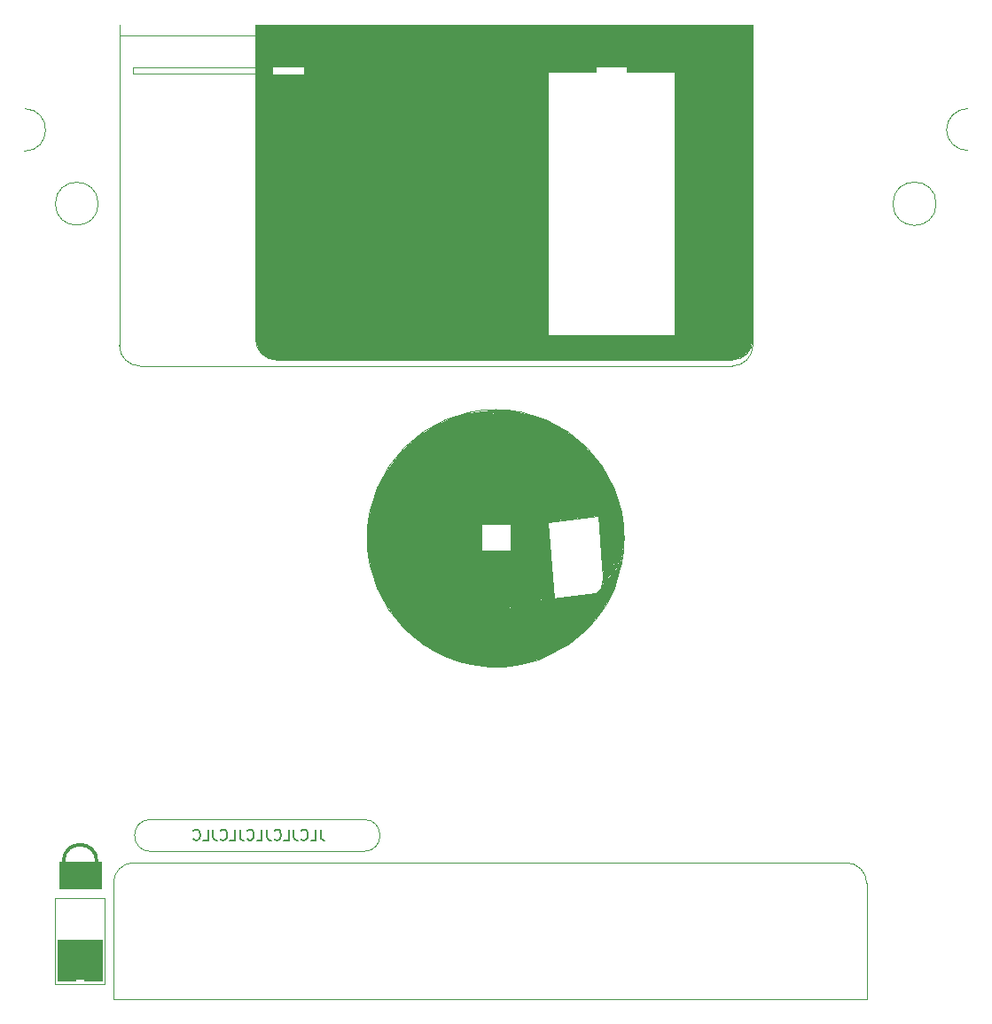
<source format=gbr>
%TF.GenerationSoftware,KiCad,Pcbnew,(5.1.6)-1*%
%TF.CreationDate,2024-03-17T16:58:36-04:00*%
%TF.ProjectId,floppy-coaster,666c6f70-7079-42d6-936f-61737465722e,rev?*%
%TF.SameCoordinates,Original*%
%TF.FileFunction,Legend,Bot*%
%TF.FilePolarity,Positive*%
%FSLAX46Y46*%
G04 Gerber Fmt 4.6, Leading zero omitted, Abs format (unit mm)*
G04 Created by KiCad (PCBNEW (5.1.6)-1) date 2024-03-17 16:58:36*
%MOMM*%
%LPD*%
G01*
G04 APERTURE LIST*
%ADD10C,0.150000*%
%ADD11C,0.120000*%
%ADD12C,0.100000*%
G04 APERTURE END LIST*
D10*
X129856761Y-134008880D02*
X129856761Y-134723166D01*
X129904380Y-134866023D01*
X129999619Y-134961261D01*
X130142476Y-135008880D01*
X130237714Y-135008880D01*
X128904380Y-135008880D02*
X129380571Y-135008880D01*
X129380571Y-134008880D01*
X127999619Y-134913642D02*
X128047238Y-134961261D01*
X128190095Y-135008880D01*
X128285333Y-135008880D01*
X128428190Y-134961261D01*
X128523428Y-134866023D01*
X128571047Y-134770785D01*
X128618666Y-134580309D01*
X128618666Y-134437452D01*
X128571047Y-134246976D01*
X128523428Y-134151738D01*
X128428190Y-134056500D01*
X128285333Y-134008880D01*
X128190095Y-134008880D01*
X128047238Y-134056500D01*
X127999619Y-134104119D01*
X127285333Y-134008880D02*
X127285333Y-134723166D01*
X127332952Y-134866023D01*
X127428190Y-134961261D01*
X127571047Y-135008880D01*
X127666285Y-135008880D01*
X126332952Y-135008880D02*
X126809142Y-135008880D01*
X126809142Y-134008880D01*
X125428190Y-134913642D02*
X125475809Y-134961261D01*
X125618666Y-135008880D01*
X125713904Y-135008880D01*
X125856761Y-134961261D01*
X125952000Y-134866023D01*
X125999619Y-134770785D01*
X126047238Y-134580309D01*
X126047238Y-134437452D01*
X125999619Y-134246976D01*
X125952000Y-134151738D01*
X125856761Y-134056500D01*
X125713904Y-134008880D01*
X125618666Y-134008880D01*
X125475809Y-134056500D01*
X125428190Y-134104119D01*
X124713904Y-134008880D02*
X124713904Y-134723166D01*
X124761523Y-134866023D01*
X124856761Y-134961261D01*
X124999619Y-135008880D01*
X125094857Y-135008880D01*
X123761523Y-135008880D02*
X124237714Y-135008880D01*
X124237714Y-134008880D01*
X122856761Y-134913642D02*
X122904380Y-134961261D01*
X123047238Y-135008880D01*
X123142476Y-135008880D01*
X123285333Y-134961261D01*
X123380571Y-134866023D01*
X123428190Y-134770785D01*
X123475809Y-134580309D01*
X123475809Y-134437452D01*
X123428190Y-134246976D01*
X123380571Y-134151738D01*
X123285333Y-134056500D01*
X123142476Y-134008880D01*
X123047238Y-134008880D01*
X122904380Y-134056500D01*
X122856761Y-134104119D01*
X122142476Y-134008880D02*
X122142476Y-134723166D01*
X122190095Y-134866023D01*
X122285333Y-134961261D01*
X122428190Y-135008880D01*
X122523428Y-135008880D01*
X121190095Y-135008880D02*
X121666285Y-135008880D01*
X121666285Y-134008880D01*
X120285333Y-134913642D02*
X120332952Y-134961261D01*
X120475809Y-135008880D01*
X120571047Y-135008880D01*
X120713904Y-134961261D01*
X120809142Y-134866023D01*
X120856761Y-134770785D01*
X120904380Y-134580309D01*
X120904380Y-134437452D01*
X120856761Y-134246976D01*
X120809142Y-134151738D01*
X120713904Y-134056500D01*
X120571047Y-134008880D01*
X120475809Y-134008880D01*
X120332952Y-134056500D01*
X120285333Y-134104119D01*
X119571047Y-134008880D02*
X119571047Y-134723166D01*
X119618666Y-134866023D01*
X119713904Y-134961261D01*
X119856761Y-135008880D01*
X119952000Y-135008880D01*
X118618666Y-135008880D02*
X119094857Y-135008880D01*
X119094857Y-134008880D01*
X117713904Y-134913642D02*
X117761523Y-134961261D01*
X117904380Y-135008880D01*
X117999619Y-135008880D01*
X118142476Y-134961261D01*
X118237714Y-134866023D01*
X118285333Y-134770785D01*
X118332952Y-134580309D01*
X118332952Y-134437452D01*
X118285333Y-134246976D01*
X118237714Y-134151738D01*
X118142476Y-134056500D01*
X117999619Y-134008880D01*
X117904380Y-134008880D01*
X117761523Y-134056500D01*
X117713904Y-134104119D01*
D11*
X133985000Y-133032500D02*
X113601500Y-133032500D01*
X113601500Y-136080500D02*
G75*
G02*
X113601500Y-133032500I0J1524000D01*
G01*
X133985000Y-133032500D02*
G75*
G02*
X133985000Y-136080500I0J-1524000D01*
G01*
X113601500Y-136080500D02*
X133985000Y-136080500D01*
D12*
G36*
X151638000Y-89090500D02*
G01*
X125476000Y-89090500D01*
X124968000Y-88963500D01*
X124650500Y-88836500D01*
X124396500Y-88646000D01*
X124142500Y-88392000D01*
X123952000Y-88138000D01*
X123825000Y-87884000D01*
X123761500Y-87503000D01*
X123698000Y-87185500D01*
X123698000Y-86804500D01*
X151638000Y-86804500D01*
X151638000Y-89090500D01*
G37*
X151638000Y-89090500D02*
X125476000Y-89090500D01*
X124968000Y-88963500D01*
X124650500Y-88836500D01*
X124396500Y-88646000D01*
X124142500Y-88392000D01*
X123952000Y-88138000D01*
X123825000Y-87884000D01*
X123761500Y-87503000D01*
X123698000Y-87185500D01*
X123698000Y-86804500D01*
X151638000Y-86804500D01*
X151638000Y-89090500D01*
G36*
X151511000Y-86741000D02*
G01*
X123698000Y-86741000D01*
X123698000Y-61849000D01*
X151511000Y-61849000D01*
X151511000Y-86741000D01*
G37*
X151511000Y-86741000D02*
X123698000Y-86741000D01*
X123698000Y-61849000D01*
X151511000Y-61849000D01*
X151511000Y-86741000D01*
G36*
X151511000Y-61785500D02*
G01*
X128270000Y-61785500D01*
X128270000Y-61214000D01*
X151511000Y-61214000D01*
X151511000Y-61785500D01*
G37*
X151511000Y-61785500D02*
X128270000Y-61785500D01*
X128270000Y-61214000D01*
X151511000Y-61214000D01*
X151511000Y-61785500D01*
G36*
X125158500Y-61785500D02*
G01*
X123634500Y-61785500D01*
X123634500Y-61087000D01*
X125158500Y-61087000D01*
X125158500Y-61785500D01*
G37*
X125158500Y-61785500D02*
X123634500Y-61785500D01*
X123634500Y-61087000D01*
X125158500Y-61087000D01*
X125158500Y-61785500D01*
G36*
X151574500Y-61150500D02*
G01*
X123698000Y-61150500D01*
X123698000Y-57150000D01*
X151574500Y-57150000D01*
X151574500Y-61150500D01*
G37*
X151574500Y-61150500D02*
X123698000Y-61150500D01*
X123698000Y-57150000D01*
X151574500Y-57150000D01*
X151574500Y-61150500D01*
D11*
X111950500Y-61785500D02*
X123634500Y-61785500D01*
X111950500Y-61214000D02*
X111950500Y-61785500D01*
X123634500Y-61214000D02*
X111950500Y-61214000D01*
X125222000Y-61214000D02*
X125222000Y-61785500D01*
X128270000Y-61150500D02*
X125222000Y-61150500D01*
X128270000Y-61785500D02*
X128270000Y-61214000D01*
X125222000Y-61849000D02*
X128270000Y-61849000D01*
D12*
G36*
X107251500Y-148145500D02*
G01*
X106426000Y-148145500D01*
X106426000Y-144589500D01*
X107251500Y-144589500D01*
X107251500Y-148145500D01*
G37*
X107251500Y-148145500D02*
X106426000Y-148145500D01*
X106426000Y-144589500D01*
X107251500Y-144589500D01*
X107251500Y-148145500D01*
G36*
X106362500Y-148336000D02*
G01*
X104711500Y-148336000D01*
X104711500Y-144589500D01*
X106362500Y-144589500D01*
X106362500Y-148336000D01*
G37*
X106362500Y-148336000D02*
X104711500Y-148336000D01*
X104711500Y-144589500D01*
X106362500Y-144589500D01*
X106362500Y-148336000D01*
G36*
X108966000Y-148336000D02*
G01*
X107315000Y-148336000D01*
X107315000Y-144589500D01*
X108966000Y-144589500D01*
X108966000Y-148336000D01*
G37*
X108966000Y-148336000D02*
X107315000Y-148336000D01*
X107315000Y-144589500D01*
X108966000Y-144589500D01*
X108966000Y-148336000D01*
D11*
X106426000Y-148209000D02*
X106426000Y-148399500D01*
X107251500Y-148209000D02*
X106426000Y-148209000D01*
X107251500Y-148399500D02*
X107251500Y-148209000D01*
X106426000Y-148399500D02*
X104711500Y-148399500D01*
X104711500Y-144526000D02*
X104711500Y-148399500D01*
X108966000Y-148399500D02*
X107251500Y-148399500D01*
X108966000Y-144526000D02*
X108966000Y-148399500D01*
X104711500Y-144526000D02*
X108966000Y-144526000D01*
D12*
G36*
X159004000Y-61087000D02*
G01*
X156146500Y-61087000D01*
X156146500Y-57213500D01*
X159067500Y-57213500D01*
X159004000Y-61087000D01*
G37*
X159004000Y-61087000D02*
X156146500Y-61087000D01*
X156146500Y-57213500D01*
X159067500Y-57213500D01*
X159004000Y-61087000D01*
G36*
X156146500Y-61658500D02*
G01*
X151574500Y-61658500D01*
X151574500Y-57213500D01*
X156146500Y-57213500D01*
X156146500Y-61658500D01*
G37*
X156146500Y-61658500D02*
X151574500Y-61658500D01*
X151574500Y-57213500D01*
X156146500Y-57213500D01*
X156146500Y-61658500D01*
G36*
X163703000Y-61658500D02*
G01*
X159067500Y-61658500D01*
X159067500Y-57150000D01*
X163703000Y-57150000D01*
X163703000Y-61658500D01*
G37*
X163703000Y-61658500D02*
X159067500Y-61658500D01*
X159067500Y-57150000D01*
X163703000Y-57150000D01*
X163703000Y-61658500D01*
D11*
X159067500Y-61341000D02*
X159067500Y-61658500D01*
X156146500Y-61087000D02*
X159067500Y-61087000D01*
X156146500Y-61658500D02*
X156146500Y-61341000D01*
X163639500Y-61658500D02*
X159067500Y-61658500D01*
D12*
G36*
X157289500Y-112141000D02*
G01*
X156781500Y-112903000D01*
X156019500Y-113919000D01*
X155067000Y-114998500D01*
X153543000Y-116205000D01*
X152146000Y-117030500D01*
X150622000Y-117729000D01*
X149034500Y-118173500D01*
X147891500Y-118364000D01*
X147955000Y-112395000D01*
X156146500Y-111442500D01*
X157289500Y-112141000D01*
G37*
X157289500Y-112141000D02*
X156781500Y-112903000D01*
X156019500Y-113919000D01*
X155067000Y-114998500D01*
X153543000Y-116205000D01*
X152146000Y-117030500D01*
X150622000Y-117729000D01*
X149034500Y-118173500D01*
X147891500Y-118364000D01*
X147955000Y-112395000D01*
X156146500Y-111442500D01*
X157289500Y-112141000D01*
G36*
X147891500Y-118364000D02*
G01*
X147256500Y-118427500D01*
X146113500Y-118427500D01*
X145224500Y-118364000D01*
X144970500Y-118300500D01*
X145161000Y-107315000D01*
X148018500Y-107315000D01*
X147891500Y-118364000D01*
G37*
X147891500Y-118364000D02*
X147256500Y-118427500D01*
X146113500Y-118427500D01*
X145224500Y-118364000D01*
X144970500Y-118300500D01*
X145161000Y-107315000D01*
X148018500Y-107315000D01*
X147891500Y-118364000D01*
G36*
X145161000Y-104775000D02*
G01*
X145161000Y-107315000D01*
X144970500Y-118300500D01*
X143319500Y-117983000D01*
X141859000Y-117475000D01*
X140335000Y-116713000D01*
X138620500Y-115443000D01*
X137858500Y-114744500D01*
X136779000Y-113474500D01*
X135953500Y-112268000D01*
X135191500Y-110680500D01*
X134683500Y-109156500D01*
X134366000Y-107505500D01*
X134302500Y-105854500D01*
X134366000Y-104711500D01*
X145161000Y-104775000D01*
G37*
X145161000Y-104775000D02*
X145161000Y-107315000D01*
X144970500Y-118300500D01*
X143319500Y-117983000D01*
X141859000Y-117475000D01*
X140335000Y-116713000D01*
X138620500Y-115443000D01*
X137858500Y-114744500D01*
X136779000Y-113474500D01*
X135953500Y-112268000D01*
X135191500Y-110680500D01*
X134683500Y-109156500D01*
X134366000Y-107505500D01*
X134302500Y-105854500D01*
X134366000Y-104711500D01*
X145161000Y-104775000D01*
G36*
X147447000Y-94551500D02*
G01*
X147510500Y-96774000D01*
X146367500Y-96710500D01*
X145859500Y-94234000D01*
X147447000Y-94551500D01*
G37*
X147447000Y-94551500D02*
X147510500Y-96774000D01*
X146367500Y-96710500D01*
X145859500Y-94234000D01*
X147447000Y-94551500D01*
G36*
X150368000Y-101473000D02*
G01*
X147955000Y-104648000D01*
X145986500Y-94170500D01*
X150368000Y-101473000D01*
G37*
X150368000Y-101473000D02*
X147955000Y-104648000D01*
X145986500Y-94170500D01*
X150368000Y-101473000D01*
G36*
X144081500Y-94361000D02*
G01*
X140271500Y-95631000D01*
X142367000Y-94678500D01*
X144081500Y-94170500D01*
X144081500Y-94361000D01*
G37*
X144081500Y-94361000D02*
X140271500Y-95631000D01*
X142367000Y-94678500D01*
X144081500Y-94170500D01*
X144081500Y-94361000D01*
G36*
X147955000Y-104775000D02*
G01*
X134366000Y-104775000D01*
X134683500Y-103187500D01*
X135318500Y-101409500D01*
X136080500Y-99885500D01*
X137541000Y-97853500D01*
X139319000Y-96266000D01*
X141859000Y-94869000D01*
X144589500Y-94107000D01*
X146240500Y-93980000D01*
X147955000Y-104775000D01*
G37*
X147955000Y-104775000D02*
X134366000Y-104775000D01*
X134683500Y-103187500D01*
X135318500Y-101409500D01*
X136080500Y-99885500D01*
X137541000Y-97853500D01*
X139319000Y-96266000D01*
X141859000Y-94869000D01*
X144589500Y-94107000D01*
X146240500Y-93980000D01*
X147955000Y-104775000D01*
G36*
X158623000Y-104140000D02*
G01*
X158750000Y-105029000D01*
X158750000Y-106743500D01*
X158686500Y-107696000D01*
X158496000Y-108521500D01*
X156718000Y-108839000D01*
X156337000Y-103949500D01*
X157416500Y-103822500D01*
X158496000Y-103632000D01*
X158623000Y-104140000D01*
G37*
X158623000Y-104140000D02*
X158750000Y-105029000D01*
X158750000Y-106743500D01*
X158686500Y-107696000D01*
X158496000Y-108521500D01*
X156718000Y-108839000D01*
X156337000Y-103949500D01*
X157416500Y-103822500D01*
X158496000Y-103632000D01*
X158623000Y-104140000D01*
G36*
X156718000Y-110680500D02*
G01*
X156845000Y-109918500D01*
X156845000Y-109601000D01*
X156781500Y-108902500D01*
X158559500Y-108521500D01*
X156718000Y-110680500D01*
G37*
X156718000Y-110680500D02*
X156845000Y-109918500D01*
X156845000Y-109601000D01*
X156781500Y-108902500D01*
X158559500Y-108521500D01*
X156718000Y-110680500D01*
G36*
X158178500Y-109982000D02*
G01*
X157861000Y-110934500D01*
X157289500Y-112077500D01*
X156083000Y-111379000D01*
X156527500Y-111061500D01*
X156654500Y-110871000D01*
X158496000Y-108648500D01*
X158178500Y-109982000D01*
G37*
X158178500Y-109982000D02*
X157861000Y-110934500D01*
X157289500Y-112077500D01*
X156083000Y-111379000D01*
X156527500Y-111061500D01*
X156654500Y-110871000D01*
X158496000Y-108648500D01*
X158178500Y-109982000D01*
G36*
X152146000Y-111887000D02*
G01*
X147955000Y-112331500D01*
X147955000Y-104775000D01*
X150622000Y-104711500D01*
X151574500Y-104648000D01*
X152146000Y-111887000D01*
G37*
X152146000Y-111887000D02*
X147955000Y-112331500D01*
X147955000Y-104775000D01*
X150622000Y-104711500D01*
X151574500Y-104648000D01*
X152146000Y-111887000D01*
G36*
X151574500Y-104648000D02*
G01*
X147955000Y-104775000D01*
X149860000Y-101346000D01*
X151574500Y-104648000D01*
G37*
X151574500Y-104648000D02*
X147955000Y-104775000D01*
X149860000Y-101346000D01*
X151574500Y-104648000D01*
G36*
X151701500Y-95059500D02*
G01*
X151511000Y-95250000D01*
X150050500Y-94424500D01*
X151701500Y-95059500D01*
G37*
X151701500Y-95059500D02*
X151511000Y-95250000D01*
X150050500Y-94424500D01*
X151701500Y-95059500D01*
G36*
X152336500Y-95377000D02*
G01*
X152463500Y-95885000D01*
X149479000Y-94297500D01*
X152336500Y-95377000D01*
G37*
X152336500Y-95377000D02*
X152463500Y-95885000D01*
X149479000Y-94297500D01*
X152336500Y-95377000D01*
G36*
X147701000Y-93980000D02*
G01*
X149098000Y-94234000D01*
X150749000Y-94742000D01*
X152844500Y-95694500D01*
X154622500Y-96964500D01*
X156210000Y-98679000D01*
X156972000Y-99758500D01*
X157988000Y-101790500D01*
X158559500Y-103632000D01*
X156337000Y-104013000D01*
X151511000Y-104584500D01*
X146177000Y-93916500D01*
X147701000Y-93980000D01*
G37*
X147701000Y-93980000D02*
X149098000Y-94234000D01*
X150749000Y-94742000D01*
X152844500Y-95694500D01*
X154622500Y-96964500D01*
X156210000Y-98679000D01*
X156972000Y-99758500D01*
X157988000Y-101790500D01*
X158559500Y-103632000D01*
X156337000Y-104013000D01*
X151511000Y-104584500D01*
X146177000Y-93916500D01*
X147701000Y-93980000D01*
D11*
X156337000Y-111188500D02*
X156083000Y-111379000D01*
X156464000Y-111061500D02*
X156337000Y-111188500D01*
X156591000Y-110871000D02*
X156464000Y-111061500D01*
X156654500Y-110744000D02*
X156591000Y-110871000D01*
X156718000Y-110553500D02*
X156654500Y-110744000D01*
X156781500Y-109918500D02*
X156718000Y-110553500D01*
X156337000Y-104013000D02*
X156781500Y-109918500D01*
X151574500Y-104648000D02*
X152146000Y-111887000D01*
X152146000Y-111887000D02*
X156083000Y-111379000D01*
X151574500Y-104648000D02*
X156337000Y-104013000D01*
X145161000Y-104775000D02*
X145415000Y-104775000D01*
X145161000Y-107315000D02*
X145161000Y-104775000D01*
X145415000Y-107315000D02*
X145161000Y-107315000D01*
X147955000Y-107315000D02*
X145415000Y-107315000D01*
X147955000Y-104775000D02*
X147955000Y-107315000D01*
X145415000Y-104775000D02*
X147955000Y-104775000D01*
X158839793Y-106172000D02*
G75*
G03*
X158839793Y-106172000I-12281793J0D01*
G01*
X101599963Y-65151991D02*
G75*
G02*
X101536500Y-69215000I-63463J-2031009D01*
G01*
X189611000Y-67183001D02*
G75*
G02*
X191643000Y-65151000I2032000J1D01*
G01*
X191643000Y-69151500D02*
G75*
G02*
X189611000Y-67119500I0J2032000D01*
G01*
X188630410Y-74231500D02*
G75*
G03*
X188630410Y-74231500I-2067410J0D01*
G01*
X108600813Y-74231500D02*
G75*
G03*
X108600813Y-74231500I-2047813J0D01*
G01*
X112014000Y-137160000D02*
G75*
G03*
X110045500Y-139128500I0J-1968500D01*
G01*
X180022500Y-137160000D02*
X112014000Y-137160000D01*
X110045500Y-150177500D02*
X110045500Y-139128500D01*
X181991000Y-150177500D02*
X110045500Y-150177500D01*
X181991000Y-139128500D02*
X181991000Y-150177500D01*
X181991000Y-139128500D02*
G75*
G03*
X180022500Y-137160000I-1968500J0D01*
G01*
D12*
G36*
X163576000Y-89090500D02*
G01*
X151638000Y-89090500D01*
X151638000Y-86804500D01*
X163576000Y-86804500D01*
X163576000Y-89090500D01*
G37*
X163576000Y-89090500D02*
X151638000Y-89090500D01*
X151638000Y-86804500D01*
X163576000Y-86804500D01*
X163576000Y-89090500D01*
G36*
X171132500Y-87185500D02*
G01*
X170942000Y-87757000D01*
X170751500Y-88138000D01*
X170434000Y-88519000D01*
X170180000Y-88773000D01*
X169735500Y-88963500D01*
X169354500Y-89027000D01*
X169100500Y-89090500D01*
X163639500Y-89090500D01*
X163703000Y-57213500D01*
X171132500Y-57213500D01*
X171132500Y-87185500D01*
G37*
X171132500Y-87185500D02*
X170942000Y-87757000D01*
X170751500Y-88138000D01*
X170434000Y-88519000D01*
X170180000Y-88773000D01*
X169735500Y-88963500D01*
X169354500Y-89027000D01*
X169100500Y-89090500D01*
X163639500Y-89090500D01*
X163703000Y-57213500D01*
X171132500Y-57213500D01*
X171132500Y-87185500D01*
D11*
X151574500Y-61658500D02*
X151574500Y-86741000D01*
X156146500Y-61658500D02*
X151574500Y-61658500D01*
X163639500Y-86741000D02*
X163639500Y-61658500D01*
X151574500Y-86741000D02*
X163639500Y-86741000D01*
X169164000Y-89154000D02*
X125603000Y-89154000D01*
X169164000Y-89154000D02*
G75*
G03*
X171132500Y-87185500I0J1968500D01*
G01*
X123634500Y-86042500D02*
X123634500Y-87185500D01*
X123634500Y-87185500D02*
G75*
G03*
X125603000Y-89154000I1968500J0D01*
G01*
X112585500Y-89725500D02*
X169164000Y-89725500D01*
X110617000Y-57150000D02*
X110617000Y-87757000D01*
X123634500Y-58166000D02*
X110617000Y-58166000D01*
X123634500Y-57150000D02*
X123634500Y-86042500D01*
X171132500Y-57150000D02*
X123634500Y-57150000D01*
X171132500Y-87757000D02*
X171132500Y-57150000D01*
X169164000Y-89725500D02*
G75*
G03*
X171132500Y-87757000I0J1968500D01*
G01*
X110617000Y-87757000D02*
G75*
G03*
X112585500Y-89725500I1968500J0D01*
G01*
X105347821Y-136969555D02*
G75*
G02*
X105346500Y-137033000I1522679J-63445D01*
G01*
X105411653Y-136963531D02*
G75*
G02*
X105410000Y-137033000I1458847J-69469D01*
G01*
X105220720Y-136969547D02*
G75*
G02*
X105219500Y-137033000I1649780J-63453D01*
G01*
X105157092Y-136971807D02*
G75*
G02*
X105156000Y-137033000I1713408J-61193D01*
G01*
X105284173Y-136971987D02*
G75*
G02*
X105283000Y-137033000I1586327J-61013D01*
G01*
D12*
G36*
X108839000Y-139573000D02*
G01*
X104902000Y-139573000D01*
X104902000Y-137096500D01*
X108839000Y-137096500D01*
X108839000Y-139573000D01*
G37*
X108839000Y-139573000D02*
X104902000Y-139573000D01*
X104902000Y-137096500D01*
X108839000Y-137096500D01*
X108839000Y-139573000D01*
D11*
X104457500Y-148780500D02*
X104457500Y-140525500D01*
X109220000Y-148780500D02*
X104457500Y-148780500D01*
X109220000Y-140525500D02*
X109220000Y-148780500D01*
X104457500Y-140525500D02*
X109220000Y-140525500D01*
M02*

</source>
